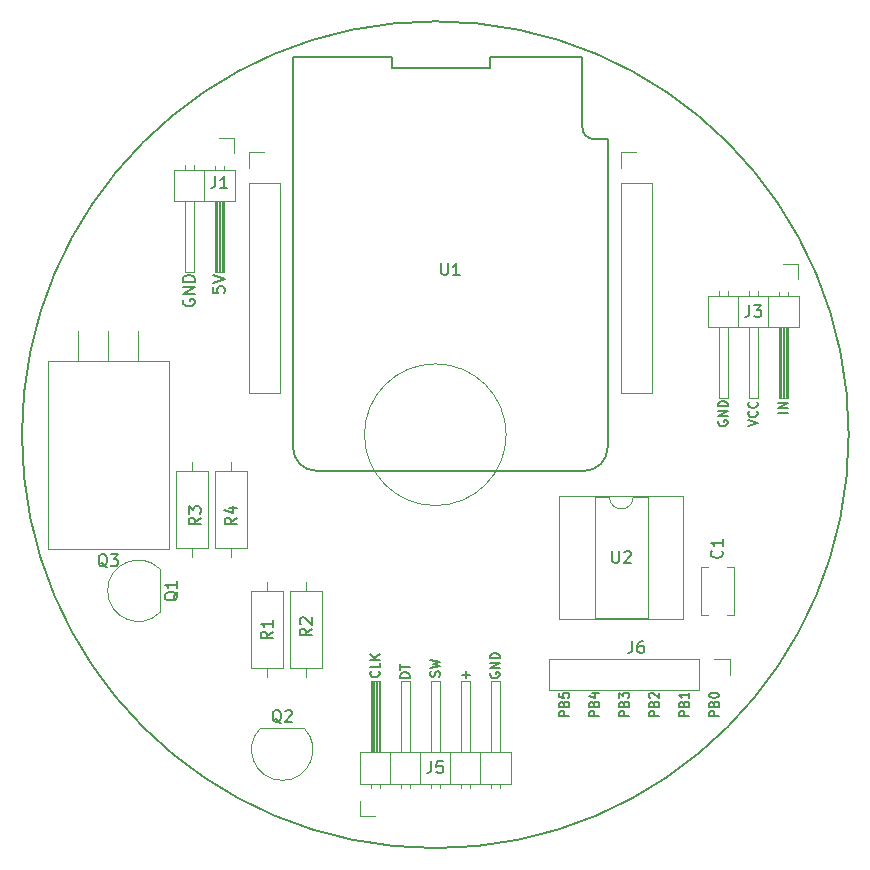
<source format=gto>
%TF.GenerationSoftware,KiCad,Pcbnew,(5.0.1)-3*%
%TF.CreationDate,2019-01-30T15:27:52+01:00*%
%TF.ProjectId,CastVolumeKnob,43617374566F6C756D654B6E6F622E6B,rev?*%
%TF.SameCoordinates,PX853a720PY5faea10*%
%TF.FileFunction,Legend,Top*%
%TF.FilePolarity,Positive*%
%FSLAX46Y46*%
G04 Gerber Fmt 4.6, Leading zero omitted, Abs format (unit mm)*
G04 Created by KiCad (PCBNEW (5.0.1)-3) date 30/01/2019 15:27:52*
%MOMM*%
%LPD*%
G01*
G04 APERTURE LIST*
%ADD10C,0.150000*%
%ADD11C,0.100000*%
%ADD12C,0.200000*%
%ADD13C,0.120000*%
G04 APERTURE END LIST*
D10*
X-21328000Y11430096D02*
X-21375620Y11334858D01*
X-21375620Y11192000D01*
X-21328000Y11049143D01*
X-21232762Y10953905D01*
X-21137524Y10906286D01*
X-20947048Y10858667D01*
X-20804191Y10858667D01*
X-20613715Y10906286D01*
X-20518477Y10953905D01*
X-20423239Y11049143D01*
X-20375620Y11192000D01*
X-20375620Y11287239D01*
X-20423239Y11430096D01*
X-20470858Y11477715D01*
X-20804191Y11477715D01*
X-20804191Y11287239D01*
X-20375620Y11906286D02*
X-21375620Y11906286D01*
X-20375620Y12477715D01*
X-21375620Y12477715D01*
X-20375620Y12953905D02*
X-21375620Y12953905D01*
X-21375620Y13192000D01*
X-21328000Y13334858D01*
X-21232762Y13430096D01*
X-21137524Y13477715D01*
X-20947048Y13525334D01*
X-20804191Y13525334D01*
X-20613715Y13477715D01*
X-20518477Y13430096D01*
X-20423239Y13334858D01*
X-20375620Y13192000D01*
X-20375620Y12953905D01*
X29825904Y1866953D02*
X29025904Y1866953D01*
X29825904Y2247905D02*
X29025904Y2247905D01*
X29825904Y2705048D01*
X29025904Y2705048D01*
X26485904Y711334D02*
X27285904Y978000D01*
X26485904Y1244667D01*
X27209714Y1968477D02*
X27247809Y1930381D01*
X27285904Y1816096D01*
X27285904Y1739905D01*
X27247809Y1625620D01*
X27171619Y1549429D01*
X27095428Y1511334D01*
X26943047Y1473239D01*
X26828761Y1473239D01*
X26676380Y1511334D01*
X26600190Y1549429D01*
X26524000Y1625620D01*
X26485904Y1739905D01*
X26485904Y1816096D01*
X26524000Y1930381D01*
X26562095Y1968477D01*
X27209714Y2768477D02*
X27247809Y2730381D01*
X27285904Y2616096D01*
X27285904Y2539905D01*
X27247809Y2425620D01*
X27171619Y2349429D01*
X27095428Y2311334D01*
X26943047Y2273239D01*
X26828761Y2273239D01*
X26676380Y2311334D01*
X26600190Y2349429D01*
X26524000Y2425620D01*
X26485904Y2539905D01*
X26485904Y2616096D01*
X26524000Y2730381D01*
X26562095Y2768477D01*
X23984000Y1168477D02*
X23945904Y1092286D01*
X23945904Y978000D01*
X23984000Y863715D01*
X24060190Y787524D01*
X24136380Y749429D01*
X24288761Y711334D01*
X24403047Y711334D01*
X24555428Y749429D01*
X24631619Y787524D01*
X24707809Y863715D01*
X24745904Y978000D01*
X24745904Y1054191D01*
X24707809Y1168477D01*
X24669714Y1206572D01*
X24403047Y1206572D01*
X24403047Y1054191D01*
X24745904Y1549429D02*
X23945904Y1549429D01*
X24745904Y2006572D01*
X23945904Y2006572D01*
X24745904Y2387524D02*
X23945904Y2387524D01*
X23945904Y2578000D01*
X23984000Y2692286D01*
X24060190Y2768477D01*
X24136380Y2806572D01*
X24288761Y2844667D01*
X24403047Y2844667D01*
X24555428Y2806572D01*
X24631619Y2768477D01*
X24707809Y2692286D01*
X24745904Y2578000D01*
X24745904Y2387524D01*
X23983904Y-23850476D02*
X23183904Y-23850476D01*
X23183904Y-23545714D01*
X23222000Y-23469523D01*
X23260095Y-23431428D01*
X23336285Y-23393333D01*
X23450571Y-23393333D01*
X23526761Y-23431428D01*
X23564857Y-23469523D01*
X23602952Y-23545714D01*
X23602952Y-23850476D01*
X23564857Y-22783809D02*
X23602952Y-22669523D01*
X23641047Y-22631428D01*
X23717238Y-22593333D01*
X23831523Y-22593333D01*
X23907714Y-22631428D01*
X23945809Y-22669523D01*
X23983904Y-22745714D01*
X23983904Y-23050476D01*
X23183904Y-23050476D01*
X23183904Y-22783809D01*
X23222000Y-22707619D01*
X23260095Y-22669523D01*
X23336285Y-22631428D01*
X23412476Y-22631428D01*
X23488666Y-22669523D01*
X23526761Y-22707619D01*
X23564857Y-22783809D01*
X23564857Y-23050476D01*
X23183904Y-22098095D02*
X23183904Y-22021904D01*
X23222000Y-21945714D01*
X23260095Y-21907619D01*
X23336285Y-21869523D01*
X23488666Y-21831428D01*
X23679142Y-21831428D01*
X23831523Y-21869523D01*
X23907714Y-21907619D01*
X23945809Y-21945714D01*
X23983904Y-22021904D01*
X23983904Y-22098095D01*
X23945809Y-22174285D01*
X23907714Y-22212380D01*
X23831523Y-22250476D01*
X23679142Y-22288571D01*
X23488666Y-22288571D01*
X23336285Y-22250476D01*
X23260095Y-22212380D01*
X23222000Y-22174285D01*
X23183904Y-22098095D01*
X21443904Y-23850476D02*
X20643904Y-23850476D01*
X20643904Y-23545714D01*
X20682000Y-23469523D01*
X20720095Y-23431428D01*
X20796285Y-23393333D01*
X20910571Y-23393333D01*
X20986761Y-23431428D01*
X21024857Y-23469523D01*
X21062952Y-23545714D01*
X21062952Y-23850476D01*
X21024857Y-22783809D02*
X21062952Y-22669523D01*
X21101047Y-22631428D01*
X21177238Y-22593333D01*
X21291523Y-22593333D01*
X21367714Y-22631428D01*
X21405809Y-22669523D01*
X21443904Y-22745714D01*
X21443904Y-23050476D01*
X20643904Y-23050476D01*
X20643904Y-22783809D01*
X20682000Y-22707619D01*
X20720095Y-22669523D01*
X20796285Y-22631428D01*
X20872476Y-22631428D01*
X20948666Y-22669523D01*
X20986761Y-22707619D01*
X21024857Y-22783809D01*
X21024857Y-23050476D01*
X21443904Y-21831428D02*
X21443904Y-22288571D01*
X21443904Y-22060000D02*
X20643904Y-22060000D01*
X20758190Y-22136190D01*
X20834380Y-22212380D01*
X20872476Y-22288571D01*
X18903904Y-23850476D02*
X18103904Y-23850476D01*
X18103904Y-23545714D01*
X18142000Y-23469523D01*
X18180095Y-23431428D01*
X18256285Y-23393333D01*
X18370571Y-23393333D01*
X18446761Y-23431428D01*
X18484857Y-23469523D01*
X18522952Y-23545714D01*
X18522952Y-23850476D01*
X18484857Y-22783809D02*
X18522952Y-22669523D01*
X18561047Y-22631428D01*
X18637238Y-22593333D01*
X18751523Y-22593333D01*
X18827714Y-22631428D01*
X18865809Y-22669523D01*
X18903904Y-22745714D01*
X18903904Y-23050476D01*
X18103904Y-23050476D01*
X18103904Y-22783809D01*
X18142000Y-22707619D01*
X18180095Y-22669523D01*
X18256285Y-22631428D01*
X18332476Y-22631428D01*
X18408666Y-22669523D01*
X18446761Y-22707619D01*
X18484857Y-22783809D01*
X18484857Y-23050476D01*
X18180095Y-22288571D02*
X18142000Y-22250476D01*
X18103904Y-22174285D01*
X18103904Y-21983809D01*
X18142000Y-21907619D01*
X18180095Y-21869523D01*
X18256285Y-21831428D01*
X18332476Y-21831428D01*
X18446761Y-21869523D01*
X18903904Y-22326666D01*
X18903904Y-21831428D01*
X16363904Y-23850476D02*
X15563904Y-23850476D01*
X15563904Y-23545714D01*
X15602000Y-23469523D01*
X15640095Y-23431428D01*
X15716285Y-23393333D01*
X15830571Y-23393333D01*
X15906761Y-23431428D01*
X15944857Y-23469523D01*
X15982952Y-23545714D01*
X15982952Y-23850476D01*
X15944857Y-22783809D02*
X15982952Y-22669523D01*
X16021047Y-22631428D01*
X16097238Y-22593333D01*
X16211523Y-22593333D01*
X16287714Y-22631428D01*
X16325809Y-22669523D01*
X16363904Y-22745714D01*
X16363904Y-23050476D01*
X15563904Y-23050476D01*
X15563904Y-22783809D01*
X15602000Y-22707619D01*
X15640095Y-22669523D01*
X15716285Y-22631428D01*
X15792476Y-22631428D01*
X15868666Y-22669523D01*
X15906761Y-22707619D01*
X15944857Y-22783809D01*
X15944857Y-23050476D01*
X15563904Y-22326666D02*
X15563904Y-21831428D01*
X15868666Y-22098095D01*
X15868666Y-21983809D01*
X15906761Y-21907619D01*
X15944857Y-21869523D01*
X16021047Y-21831428D01*
X16211523Y-21831428D01*
X16287714Y-21869523D01*
X16325809Y-21907619D01*
X16363904Y-21983809D01*
X16363904Y-22212380D01*
X16325809Y-22288571D01*
X16287714Y-22326666D01*
X13823904Y-23850476D02*
X13023904Y-23850476D01*
X13023904Y-23545714D01*
X13062000Y-23469523D01*
X13100095Y-23431428D01*
X13176285Y-23393333D01*
X13290571Y-23393333D01*
X13366761Y-23431428D01*
X13404857Y-23469523D01*
X13442952Y-23545714D01*
X13442952Y-23850476D01*
X13404857Y-22783809D02*
X13442952Y-22669523D01*
X13481047Y-22631428D01*
X13557238Y-22593333D01*
X13671523Y-22593333D01*
X13747714Y-22631428D01*
X13785809Y-22669523D01*
X13823904Y-22745714D01*
X13823904Y-23050476D01*
X13023904Y-23050476D01*
X13023904Y-22783809D01*
X13062000Y-22707619D01*
X13100095Y-22669523D01*
X13176285Y-22631428D01*
X13252476Y-22631428D01*
X13328666Y-22669523D01*
X13366761Y-22707619D01*
X13404857Y-22783809D01*
X13404857Y-23050476D01*
X13290571Y-21907619D02*
X13823904Y-21907619D01*
X12985809Y-22098095D02*
X13557238Y-22288571D01*
X13557238Y-21793333D01*
X11283904Y-23850476D02*
X10483904Y-23850476D01*
X10483904Y-23545714D01*
X10522000Y-23469523D01*
X10560095Y-23431428D01*
X10636285Y-23393333D01*
X10750571Y-23393333D01*
X10826761Y-23431428D01*
X10864857Y-23469523D01*
X10902952Y-23545714D01*
X10902952Y-23850476D01*
X10864857Y-22783809D02*
X10902952Y-22669523D01*
X10941047Y-22631428D01*
X11017238Y-22593333D01*
X11131523Y-22593333D01*
X11207714Y-22631428D01*
X11245809Y-22669523D01*
X11283904Y-22745714D01*
X11283904Y-23050476D01*
X10483904Y-23050476D01*
X10483904Y-22783809D01*
X10522000Y-22707619D01*
X10560095Y-22669523D01*
X10636285Y-22631428D01*
X10712476Y-22631428D01*
X10788666Y-22669523D01*
X10826761Y-22707619D01*
X10864857Y-22783809D01*
X10864857Y-23050476D01*
X10483904Y-21869523D02*
X10483904Y-22250476D01*
X10864857Y-22288571D01*
X10826761Y-22250476D01*
X10788666Y-22174285D01*
X10788666Y-21983809D01*
X10826761Y-21907619D01*
X10864857Y-21869523D01*
X10941047Y-21831428D01*
X11131523Y-21831428D01*
X11207714Y-21869523D01*
X11245809Y-21907619D01*
X11283904Y-21983809D01*
X11283904Y-22174285D01*
X11245809Y-22250476D01*
X11207714Y-22288571D01*
X4680000Y-20167523D02*
X4641904Y-20243714D01*
X4641904Y-20358000D01*
X4680000Y-20472285D01*
X4756190Y-20548476D01*
X4832380Y-20586571D01*
X4984761Y-20624666D01*
X5099047Y-20624666D01*
X5251428Y-20586571D01*
X5327619Y-20548476D01*
X5403809Y-20472285D01*
X5441904Y-20358000D01*
X5441904Y-20281809D01*
X5403809Y-20167523D01*
X5365714Y-20129428D01*
X5099047Y-20129428D01*
X5099047Y-20281809D01*
X5441904Y-19786571D02*
X4641904Y-19786571D01*
X5441904Y-19329428D01*
X4641904Y-19329428D01*
X5441904Y-18948476D02*
X4641904Y-18948476D01*
X4641904Y-18758000D01*
X4680000Y-18643714D01*
X4756190Y-18567523D01*
X4832380Y-18529428D01*
X4984761Y-18491333D01*
X5099047Y-18491333D01*
X5251428Y-18529428D01*
X5327619Y-18567523D01*
X5403809Y-18643714D01*
X5441904Y-18758000D01*
X5441904Y-18948476D01*
X2597142Y-20624761D02*
X2597142Y-20015238D01*
X2901904Y-20320000D02*
X2292380Y-20320000D01*
X323809Y-20497714D02*
X361904Y-20383428D01*
X361904Y-20192952D01*
X323809Y-20116761D01*
X285714Y-20078666D01*
X209523Y-20040571D01*
X133333Y-20040571D01*
X57142Y-20078666D01*
X19047Y-20116761D01*
X-19048Y-20192952D01*
X-57143Y-20345333D01*
X-95239Y-20421523D01*
X-133334Y-20459619D01*
X-209524Y-20497714D01*
X-285715Y-20497714D01*
X-361905Y-20459619D01*
X-400000Y-20421523D01*
X-438096Y-20345333D01*
X-438096Y-20154857D01*
X-400000Y-20040571D01*
X-438096Y-19773904D02*
X361904Y-19583428D01*
X-209524Y-19431047D01*
X361904Y-19278666D01*
X-438096Y-19088190D01*
X-2178096Y-20580285D02*
X-2978096Y-20580285D01*
X-2978096Y-20389809D01*
X-2940000Y-20275523D01*
X-2863810Y-20199333D01*
X-2787620Y-20161238D01*
X-2635239Y-20123142D01*
X-2520953Y-20123142D01*
X-2368572Y-20161238D01*
X-2292381Y-20199333D01*
X-2216191Y-20275523D01*
X-2178096Y-20389809D01*
X-2178096Y-20580285D01*
X-2978096Y-19894571D02*
X-2978096Y-19437428D01*
X-2178096Y-19666000D02*
X-2978096Y-19666000D01*
X-4794286Y-20034190D02*
X-4756191Y-20072285D01*
X-4718096Y-20186571D01*
X-4718096Y-20262761D01*
X-4756191Y-20377047D01*
X-4832381Y-20453238D01*
X-4908572Y-20491333D01*
X-5060953Y-20529428D01*
X-5175239Y-20529428D01*
X-5327620Y-20491333D01*
X-5403810Y-20453238D01*
X-5480000Y-20377047D01*
X-5518096Y-20262761D01*
X-5518096Y-20186571D01*
X-5480000Y-20072285D01*
X-5441905Y-20034190D01*
X-4718096Y-19310380D02*
X-4718096Y-19691333D01*
X-5518096Y-19691333D01*
X-4718096Y-19043714D02*
X-5518096Y-19043714D01*
X-4718096Y-18586571D02*
X-5175239Y-18929428D01*
X-5518096Y-18586571D02*
X-5060953Y-19043714D01*
X-18835620Y12509524D02*
X-18835620Y12033334D01*
X-18359429Y11985715D01*
X-18407048Y12033334D01*
X-18454667Y12128572D01*
X-18454667Y12366667D01*
X-18407048Y12461905D01*
X-18359429Y12509524D01*
X-18264191Y12557143D01*
X-18026096Y12557143D01*
X-17930858Y12509524D01*
X-17883239Y12461905D01*
X-17835620Y12366667D01*
X-17835620Y12128572D01*
X-17883239Y12033334D01*
X-17930858Y11985715D01*
X-18835620Y12842858D02*
X-17835620Y13176191D01*
X-18835620Y13509524D01*
D11*
X6000000Y0D02*
G75*
G03X6000000Y0I-6000000J0D01*
G01*
D12*
X35000000Y0D02*
G75*
G03X35000000Y0I-35000000J0D01*
G01*
D13*
X-16958000Y22436000D02*
X-22158000Y22436000D01*
X-22158000Y22436000D02*
X-22158000Y19776000D01*
X-22158000Y19776000D02*
X-16958000Y19776000D01*
X-16958000Y19776000D02*
X-16958000Y22436000D01*
X-17908000Y19776000D02*
X-17908000Y13776000D01*
X-17908000Y13776000D02*
X-18668000Y13776000D01*
X-18668000Y13776000D02*
X-18668000Y19776000D01*
X-17968000Y19776000D02*
X-17968000Y13776000D01*
X-18088000Y19776000D02*
X-18088000Y13776000D01*
X-18208000Y19776000D02*
X-18208000Y13776000D01*
X-18328000Y19776000D02*
X-18328000Y13776000D01*
X-18448000Y19776000D02*
X-18448000Y13776000D01*
X-18568000Y19776000D02*
X-18568000Y13776000D01*
X-17908000Y22766000D02*
X-17908000Y22436000D01*
X-18668000Y22766000D02*
X-18668000Y22436000D01*
X-19558000Y22436000D02*
X-19558000Y19776000D01*
X-20448000Y19776000D02*
X-20448000Y13776000D01*
X-20448000Y13776000D02*
X-21208000Y13776000D01*
X-21208000Y13776000D02*
X-21208000Y19776000D01*
X-20448000Y22833071D02*
X-20448000Y22436000D01*
X-21208000Y22833071D02*
X-21208000Y22436000D01*
X-18288000Y25146000D02*
X-17018000Y25146000D01*
X-17018000Y25146000D02*
X-17018000Y23876000D01*
X-23307522Y-11369522D02*
G75*
G03X-27746000Y-13208000I-1838478J-1838478D01*
G01*
X-23307522Y-15046478D02*
G75*
G02X-27746000Y-13208000I-1838478J1838478D01*
G01*
X-23296000Y-15008000D02*
X-23296000Y-11408000D01*
X-14224000Y-20550000D02*
X-14224000Y-19780000D01*
X-14224000Y-12470000D02*
X-14224000Y-13240000D01*
X-12854000Y-19780000D02*
X-12854000Y-13240000D01*
X-15594000Y-19780000D02*
X-12854000Y-19780000D01*
X-15594000Y-13240000D02*
X-15594000Y-19780000D01*
X-12854000Y-13240000D02*
X-15594000Y-13240000D01*
X-6410000Y-29548000D02*
X6410000Y-29548000D01*
X6410000Y-29548000D02*
X6410000Y-26888000D01*
X6410000Y-26888000D02*
X-6410000Y-26888000D01*
X-6410000Y-26888000D02*
X-6410000Y-29548000D01*
X-5460000Y-26888000D02*
X-5460000Y-20888000D01*
X-5460000Y-20888000D02*
X-4700000Y-20888000D01*
X-4700000Y-20888000D02*
X-4700000Y-26888000D01*
X-5400000Y-26888000D02*
X-5400000Y-20888000D01*
X-5280000Y-26888000D02*
X-5280000Y-20888000D01*
X-5160000Y-26888000D02*
X-5160000Y-20888000D01*
X-5040000Y-26888000D02*
X-5040000Y-20888000D01*
X-4920000Y-26888000D02*
X-4920000Y-20888000D01*
X-4800000Y-26888000D02*
X-4800000Y-20888000D01*
X-5460000Y-29878000D02*
X-5460000Y-29548000D01*
X-4700000Y-29878000D02*
X-4700000Y-29548000D01*
X-3810000Y-29548000D02*
X-3810000Y-26888000D01*
X-2920000Y-26888000D02*
X-2920000Y-20888000D01*
X-2920000Y-20888000D02*
X-2160000Y-20888000D01*
X-2160000Y-20888000D02*
X-2160000Y-26888000D01*
X-2920000Y-29945071D02*
X-2920000Y-29548000D01*
X-2160000Y-29945071D02*
X-2160000Y-29548000D01*
X-1270000Y-29548000D02*
X-1270000Y-26888000D01*
X-380000Y-26888000D02*
X-380000Y-20888000D01*
X-380000Y-20888000D02*
X380000Y-20888000D01*
X380000Y-20888000D02*
X380000Y-26888000D01*
X-380000Y-29945071D02*
X-380000Y-29548000D01*
X380000Y-29945071D02*
X380000Y-29548000D01*
X1270000Y-29548000D02*
X1270000Y-26888000D01*
X2160000Y-26888000D02*
X2160000Y-20888000D01*
X2160000Y-20888000D02*
X2920000Y-20888000D01*
X2920000Y-20888000D02*
X2920000Y-26888000D01*
X2160000Y-29945071D02*
X2160000Y-29548000D01*
X2920000Y-29945071D02*
X2920000Y-29548000D01*
X3810000Y-29548000D02*
X3810000Y-26888000D01*
X4700000Y-26888000D02*
X4700000Y-20888000D01*
X4700000Y-20888000D02*
X5460000Y-20888000D01*
X5460000Y-20888000D02*
X5460000Y-26888000D01*
X4700000Y-29945071D02*
X4700000Y-29548000D01*
X5460000Y-29945071D02*
X5460000Y-29548000D01*
X-5080000Y-32258000D02*
X-6350000Y-32258000D01*
X-6350000Y-32258000D02*
X-6350000Y-30988000D01*
X30794000Y11768000D02*
X23054000Y11768000D01*
X23054000Y11768000D02*
X23054000Y9108000D01*
X23054000Y9108000D02*
X30794000Y9108000D01*
X30794000Y9108000D02*
X30794000Y11768000D01*
X29844000Y9108000D02*
X29844000Y3108000D01*
X29844000Y3108000D02*
X29084000Y3108000D01*
X29084000Y3108000D02*
X29084000Y9108000D01*
X29784000Y9108000D02*
X29784000Y3108000D01*
X29664000Y9108000D02*
X29664000Y3108000D01*
X29544000Y9108000D02*
X29544000Y3108000D01*
X29424000Y9108000D02*
X29424000Y3108000D01*
X29304000Y9108000D02*
X29304000Y3108000D01*
X29184000Y9108000D02*
X29184000Y3108000D01*
X29844000Y12098000D02*
X29844000Y11768000D01*
X29084000Y12098000D02*
X29084000Y11768000D01*
X28194000Y11768000D02*
X28194000Y9108000D01*
X27304000Y9108000D02*
X27304000Y3108000D01*
X27304000Y3108000D02*
X26544000Y3108000D01*
X26544000Y3108000D02*
X26544000Y9108000D01*
X27304000Y12165071D02*
X27304000Y11768000D01*
X26544000Y12165071D02*
X26544000Y11768000D01*
X25654000Y11768000D02*
X25654000Y9108000D01*
X24764000Y9108000D02*
X24764000Y3108000D01*
X24764000Y3108000D02*
X24004000Y3108000D01*
X24004000Y3108000D02*
X24004000Y9108000D01*
X24764000Y12165071D02*
X24764000Y11768000D01*
X24004000Y12165071D02*
X24004000Y11768000D01*
X29464000Y14478000D02*
X30734000Y14478000D01*
X30734000Y14478000D02*
X30734000Y13208000D01*
X-15808000Y23936000D02*
X-14478000Y23936000D01*
X-15808000Y22606000D02*
X-15808000Y23936000D01*
X-15808000Y21336000D02*
X-13148000Y21336000D01*
X-13148000Y21336000D02*
X-13148000Y3496000D01*
X-15808000Y21336000D02*
X-15808000Y3496000D01*
X-15808000Y3496000D02*
X-13148000Y3496000D01*
D10*
X-12060000Y32016000D02*
X-12060000Y-1064000D01*
X-10060000Y-3064000D02*
X12600000Y-3064000D01*
X14600000Y-1064000D02*
X14600000Y25016000D01*
X12450000Y32016000D02*
X4590000Y32016000D01*
X4590000Y32016000D02*
X4590000Y31016000D01*
X4590000Y31016000D02*
X-3630000Y31016000D01*
X-3630000Y31016000D02*
X-3630000Y32016000D01*
X-3630000Y32016000D02*
X-12059999Y32016000D01*
X12600000Y-3064000D02*
G75*
G03X14600000Y-1064000I0J2000000D01*
G01*
X-12060000Y-1064000D02*
G75*
G03X-10060000Y-3064000I2000000J0D01*
G01*
X12450000Y32016000D02*
X12450000Y26016000D01*
X12450000Y26016000D02*
G75*
G03X13450000Y25016000I1000000J0D01*
G01*
X13440000Y25016000D02*
X14600000Y25016000D01*
X14600000Y25016000D02*
X14600000Y25016000D01*
D13*
X-11154000Y-24820000D02*
X-14754000Y-24820000D01*
X-11115522Y-24831522D02*
G75*
G02X-12954000Y-29270000I-1838478J-1838478D01*
G01*
X-14792478Y-24831522D02*
G75*
G03X-12954000Y-29270000I1838478J-1838478D01*
G01*
X22456000Y-15248000D02*
X22456000Y-11208000D01*
X25296000Y-15248000D02*
X25296000Y-11208000D01*
X22456000Y-15248000D02*
X23081000Y-15248000D01*
X24671000Y-15248000D02*
X25296000Y-15248000D01*
X22456000Y-11208000D02*
X23081000Y-11208000D01*
X24671000Y-11208000D02*
X25296000Y-11208000D01*
X15688000Y3496000D02*
X18348000Y3496000D01*
X15688000Y21336000D02*
X15688000Y3496000D01*
X18348000Y21336000D02*
X18348000Y3496000D01*
X15688000Y21336000D02*
X18348000Y21336000D01*
X15688000Y22606000D02*
X15688000Y23936000D01*
X15688000Y23936000D02*
X17018000Y23936000D01*
X9592000Y-18990000D02*
X9592000Y-21650000D01*
X22352000Y-18990000D02*
X9592000Y-18990000D01*
X22352000Y-21650000D02*
X9592000Y-21650000D01*
X22352000Y-18990000D02*
X22352000Y-21650000D01*
X23622000Y-18990000D02*
X24952000Y-18990000D01*
X24952000Y-18990000D02*
X24952000Y-20320000D01*
X-12292000Y-19780000D02*
X-9552000Y-19780000D01*
X-9552000Y-19780000D02*
X-9552000Y-13240000D01*
X-9552000Y-13240000D02*
X-12292000Y-13240000D01*
X-12292000Y-13240000D02*
X-12292000Y-19780000D01*
X-10922000Y-20550000D02*
X-10922000Y-19780000D01*
X-10922000Y-12470000D02*
X-10922000Y-13240000D01*
X-21944000Y-9620000D02*
X-19204000Y-9620000D01*
X-19204000Y-9620000D02*
X-19204000Y-3080000D01*
X-19204000Y-3080000D02*
X-21944000Y-3080000D01*
X-21944000Y-3080000D02*
X-21944000Y-9620000D01*
X-20574000Y-10390000D02*
X-20574000Y-9620000D01*
X-20574000Y-2310000D02*
X-20574000Y-3080000D01*
X-17272000Y-2310000D02*
X-17272000Y-3080000D01*
X-17272000Y-10390000D02*
X-17272000Y-9620000D01*
X-18642000Y-3080000D02*
X-18642000Y-9620000D01*
X-15902000Y-3080000D02*
X-18642000Y-3080000D01*
X-15902000Y-9620000D02*
X-15902000Y-3080000D01*
X-18642000Y-9620000D02*
X-15902000Y-9620000D01*
X16748000Y-5274000D02*
G75*
G02X14748000Y-5274000I-1000000J0D01*
G01*
X14748000Y-5274000D02*
X13498000Y-5274000D01*
X13498000Y-5274000D02*
X13498000Y-15554000D01*
X13498000Y-15554000D02*
X17998000Y-15554000D01*
X17998000Y-15554000D02*
X17998000Y-5274000D01*
X17998000Y-5274000D02*
X16748000Y-5274000D01*
X10498000Y-5214000D02*
X10498000Y-15614000D01*
X10498000Y-15614000D02*
X20998000Y-15614000D01*
X20998000Y-15614000D02*
X20998000Y-5214000D01*
X20998000Y-5214000D02*
X10498000Y-5214000D01*
X-22566000Y6216000D02*
X-32806000Y6216000D01*
X-22566000Y-9674000D02*
X-32806000Y-9674000D01*
X-22566000Y-9674000D02*
X-22566000Y6216000D01*
X-32806000Y-9674000D02*
X-32806000Y6216000D01*
X-25146000Y6216000D02*
X-25146000Y8756000D01*
X-27686000Y6216000D02*
X-27686000Y8756000D01*
X-30226000Y6216000D02*
X-30226000Y8756000D01*
D10*
X-18621334Y21883620D02*
X-18621334Y21169334D01*
X-18668953Y21026477D01*
X-18764191Y20931239D01*
X-18907048Y20883620D01*
X-19002286Y20883620D01*
X-17621334Y20883620D02*
X-18192762Y20883620D01*
X-17907048Y20883620D02*
X-17907048Y21883620D01*
X-18002286Y21740762D01*
X-18097524Y21645524D01*
X-18192762Y21597905D01*
X-21804381Y-13303238D02*
X-21852000Y-13398476D01*
X-21947239Y-13493714D01*
X-22090096Y-13636571D01*
X-22137715Y-13731809D01*
X-22137715Y-13827047D01*
X-21899620Y-13779428D02*
X-21947239Y-13874666D01*
X-22042477Y-13969904D01*
X-22232953Y-14017523D01*
X-22566286Y-14017523D01*
X-22756762Y-13969904D01*
X-22852000Y-13874666D01*
X-22899620Y-13779428D01*
X-22899620Y-13588952D01*
X-22852000Y-13493714D01*
X-22756762Y-13398476D01*
X-22566286Y-13350857D01*
X-22232953Y-13350857D01*
X-22042477Y-13398476D01*
X-21947239Y-13493714D01*
X-21899620Y-13588952D01*
X-21899620Y-13779428D01*
X-21899620Y-12398476D02*
X-21899620Y-12969904D01*
X-21899620Y-12684190D02*
X-22899620Y-12684190D01*
X-22756762Y-12779428D01*
X-22661524Y-12874666D01*
X-22613905Y-12969904D01*
X-13771620Y-16676666D02*
X-14247810Y-17010000D01*
X-13771620Y-17248095D02*
X-14771620Y-17248095D01*
X-14771620Y-16867142D01*
X-14724000Y-16771904D01*
X-14676381Y-16724285D01*
X-14581143Y-16676666D01*
X-14438286Y-16676666D01*
X-14343048Y-16724285D01*
X-14295429Y-16771904D01*
X-14247810Y-16867142D01*
X-14247810Y-17248095D01*
X-13771620Y-15724285D02*
X-13771620Y-16295714D01*
X-13771620Y-16010000D02*
X-14771620Y-16010000D01*
X-14628762Y-16105238D01*
X-14533524Y-16200476D01*
X-14485905Y-16295714D01*
X-333334Y-27646380D02*
X-333334Y-28360666D01*
X-380953Y-28503523D01*
X-476191Y-28598761D01*
X-619048Y-28646380D01*
X-714286Y-28646380D01*
X619047Y-27646380D02*
X142857Y-27646380D01*
X95238Y-28122571D01*
X142857Y-28074952D01*
X238095Y-28027333D01*
X476190Y-28027333D01*
X571428Y-28074952D01*
X619047Y-28122571D01*
X666666Y-28217809D01*
X666666Y-28455904D01*
X619047Y-28551142D01*
X571428Y-28598761D01*
X476190Y-28646380D01*
X238095Y-28646380D01*
X142857Y-28598761D01*
X95238Y-28551142D01*
X26590666Y10961620D02*
X26590666Y10247334D01*
X26543047Y10104477D01*
X26447809Y10009239D01*
X26304952Y9961620D01*
X26209714Y9961620D01*
X26971619Y10961620D02*
X27590666Y10961620D01*
X27257333Y10580667D01*
X27400190Y10580667D01*
X27495428Y10533048D01*
X27543047Y10485429D01*
X27590666Y10390191D01*
X27590666Y10152096D01*
X27543047Y10056858D01*
X27495428Y10009239D01*
X27400190Y9961620D01*
X27114476Y9961620D01*
X27019238Y10009239D01*
X26971619Y10056858D01*
X508095Y14517620D02*
X508095Y13708096D01*
X555714Y13612858D01*
X603333Y13565239D01*
X698571Y13517620D01*
X889047Y13517620D01*
X984285Y13565239D01*
X1031904Y13612858D01*
X1079523Y13708096D01*
X1079523Y14517620D01*
X2079523Y13517620D02*
X1508095Y13517620D01*
X1793809Y13517620D02*
X1793809Y14517620D01*
X1698571Y14374762D01*
X1603333Y14279524D01*
X1508095Y14231905D01*
X-13049239Y-24423619D02*
X-13144477Y-24376000D01*
X-13239715Y-24280761D01*
X-13382572Y-24137904D01*
X-13477810Y-24090285D01*
X-13573048Y-24090285D01*
X-13525429Y-24328380D02*
X-13620667Y-24280761D01*
X-13715905Y-24185523D01*
X-13763524Y-23995047D01*
X-13763524Y-23661714D01*
X-13715905Y-23471238D01*
X-13620667Y-23376000D01*
X-13525429Y-23328380D01*
X-13334953Y-23328380D01*
X-13239715Y-23376000D01*
X-13144477Y-23471238D01*
X-13096858Y-23661714D01*
X-13096858Y-23995047D01*
X-13144477Y-24185523D01*
X-13239715Y-24280761D01*
X-13334953Y-24328380D01*
X-13525429Y-24328380D01*
X-12715905Y-23423619D02*
X-12668286Y-23376000D01*
X-12573048Y-23328380D01*
X-12334953Y-23328380D01*
X-12239715Y-23376000D01*
X-12192096Y-23423619D01*
X-12144477Y-23518857D01*
X-12144477Y-23614095D01*
X-12192096Y-23756952D01*
X-12763524Y-24328380D01*
X-12144477Y-24328380D01*
X24233142Y-9818666D02*
X24280761Y-9866285D01*
X24328380Y-10009142D01*
X24328380Y-10104380D01*
X24280761Y-10247238D01*
X24185523Y-10342476D01*
X24090285Y-10390095D01*
X23899809Y-10437714D01*
X23756952Y-10437714D01*
X23566476Y-10390095D01*
X23471238Y-10342476D01*
X23376000Y-10247238D01*
X23328380Y-10104380D01*
X23328380Y-10009142D01*
X23376000Y-9866285D01*
X23423619Y-9818666D01*
X24328380Y-8866285D02*
X24328380Y-9437714D01*
X24328380Y-9152000D02*
X23328380Y-9152000D01*
X23471238Y-9247238D01*
X23566476Y-9342476D01*
X23614095Y-9437714D01*
X16684666Y-17486380D02*
X16684666Y-18200666D01*
X16637047Y-18343523D01*
X16541809Y-18438761D01*
X16398952Y-18486380D01*
X16303714Y-18486380D01*
X17589428Y-17486380D02*
X17398952Y-17486380D01*
X17303714Y-17534000D01*
X17256095Y-17581619D01*
X17160857Y-17724476D01*
X17113238Y-17914952D01*
X17113238Y-18295904D01*
X17160857Y-18391142D01*
X17208476Y-18438761D01*
X17303714Y-18486380D01*
X17494190Y-18486380D01*
X17589428Y-18438761D01*
X17637047Y-18391142D01*
X17684666Y-18295904D01*
X17684666Y-18057809D01*
X17637047Y-17962571D01*
X17589428Y-17914952D01*
X17494190Y-17867333D01*
X17303714Y-17867333D01*
X17208476Y-17914952D01*
X17160857Y-17962571D01*
X17113238Y-18057809D01*
X-10469620Y-16422666D02*
X-10945810Y-16756000D01*
X-10469620Y-16994095D02*
X-11469620Y-16994095D01*
X-11469620Y-16613142D01*
X-11422000Y-16517904D01*
X-11374381Y-16470285D01*
X-11279143Y-16422666D01*
X-11136286Y-16422666D01*
X-11041048Y-16470285D01*
X-10993429Y-16517904D01*
X-10945810Y-16613142D01*
X-10945810Y-16994095D01*
X-11374381Y-16041714D02*
X-11422000Y-15994095D01*
X-11469620Y-15898857D01*
X-11469620Y-15660761D01*
X-11422000Y-15565523D01*
X-11374381Y-15517904D01*
X-11279143Y-15470285D01*
X-11183905Y-15470285D01*
X-11041048Y-15517904D01*
X-10469620Y-16089333D01*
X-10469620Y-15470285D01*
X-19867620Y-7024666D02*
X-20343810Y-7358000D01*
X-19867620Y-7596095D02*
X-20867620Y-7596095D01*
X-20867620Y-7215142D01*
X-20820000Y-7119904D01*
X-20772381Y-7072285D01*
X-20677143Y-7024666D01*
X-20534286Y-7024666D01*
X-20439048Y-7072285D01*
X-20391429Y-7119904D01*
X-20343810Y-7215142D01*
X-20343810Y-7596095D01*
X-20867620Y-6691333D02*
X-20867620Y-6072285D01*
X-20486667Y-6405619D01*
X-20486667Y-6262761D01*
X-20439048Y-6167523D01*
X-20391429Y-6119904D01*
X-20296191Y-6072285D01*
X-20058096Y-6072285D01*
X-19962858Y-6119904D01*
X-19915239Y-6167523D01*
X-19867620Y-6262761D01*
X-19867620Y-6548476D01*
X-19915239Y-6643714D01*
X-19962858Y-6691333D01*
X-16819620Y-7024666D02*
X-17295810Y-7358000D01*
X-16819620Y-7596095D02*
X-17819620Y-7596095D01*
X-17819620Y-7215142D01*
X-17772000Y-7119904D01*
X-17724381Y-7072285D01*
X-17629143Y-7024666D01*
X-17486286Y-7024666D01*
X-17391048Y-7072285D01*
X-17343429Y-7119904D01*
X-17295810Y-7215142D01*
X-17295810Y-7596095D01*
X-17486286Y-6167523D02*
X-16819620Y-6167523D01*
X-17867239Y-6405619D02*
X-17152953Y-6643714D01*
X-17152953Y-6024666D01*
X14986095Y-9866380D02*
X14986095Y-10675904D01*
X15033714Y-10771142D01*
X15081333Y-10818761D01*
X15176571Y-10866380D01*
X15367047Y-10866380D01*
X15462285Y-10818761D01*
X15509904Y-10771142D01*
X15557523Y-10675904D01*
X15557523Y-9866380D01*
X15986095Y-9961619D02*
X16033714Y-9914000D01*
X16128952Y-9866380D01*
X16367047Y-9866380D01*
X16462285Y-9914000D01*
X16509904Y-9961619D01*
X16557523Y-10056857D01*
X16557523Y-10152095D01*
X16509904Y-10294952D01*
X15938476Y-10866380D01*
X16557523Y-10866380D01*
X-27781239Y-11221619D02*
X-27876477Y-11174000D01*
X-27971715Y-11078761D01*
X-28114572Y-10935904D01*
X-28209810Y-10888285D01*
X-28305048Y-10888285D01*
X-28257429Y-11126380D02*
X-28352667Y-11078761D01*
X-28447905Y-10983523D01*
X-28495524Y-10793047D01*
X-28495524Y-10459714D01*
X-28447905Y-10269238D01*
X-28352667Y-10174000D01*
X-28257429Y-10126380D01*
X-28066953Y-10126380D01*
X-27971715Y-10174000D01*
X-27876477Y-10269238D01*
X-27828858Y-10459714D01*
X-27828858Y-10793047D01*
X-27876477Y-10983523D01*
X-27971715Y-11078761D01*
X-28066953Y-11126380D01*
X-28257429Y-11126380D01*
X-27495524Y-10126380D02*
X-26876477Y-10126380D01*
X-27209810Y-10507333D01*
X-27066953Y-10507333D01*
X-26971715Y-10554952D01*
X-26924096Y-10602571D01*
X-26876477Y-10697809D01*
X-26876477Y-10935904D01*
X-26924096Y-11031142D01*
X-26971715Y-11078761D01*
X-27066953Y-11126380D01*
X-27352667Y-11126380D01*
X-27447905Y-11078761D01*
X-27495524Y-11031142D01*
M02*

</source>
